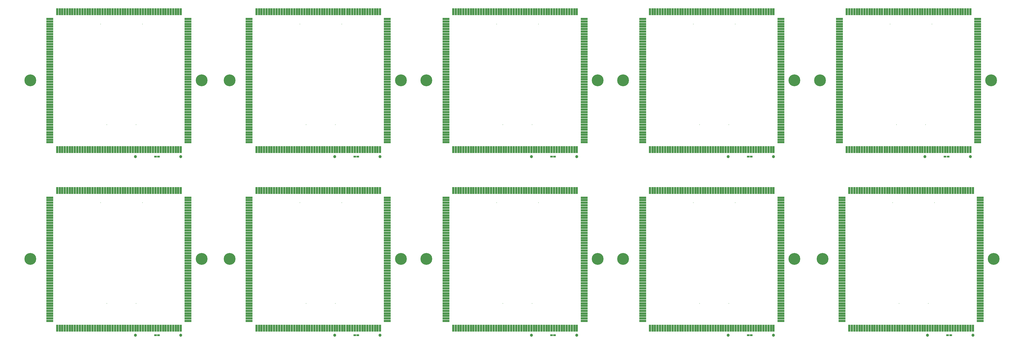
<source format=gts>
%MOIN*%
%OFA0B0*%
%FSLAX23Y23*%
%IPPOS*%
%LPD*%
%ADD17R,0.10642X0.03556*%
%ADD18R,0.03556X0.10642*%
%ADD19C,0.04737*%
%ADD20R,0.039499999999999993X0.03162*%
%ADD21C,0.008*%
%ADD22C,0.18517*%
%ADD33R,0.10642X0.03556*%
%ADD34R,0.03556X0.10642*%
%ADD35C,0.04737*%
%ADD36R,0.039499999999999993X0.03162*%
%ADD37C,0.008*%
%ADD38C,0.18517*%
%ADD39R,0.10642X0.03556*%
%ADD40R,0.03556X0.10642*%
%ADD41C,0.04737*%
%ADD42R,0.039499999999999993X0.03162*%
%ADD43C,0.008*%
%ADD44C,0.18517*%
%ADD45R,0.10642X0.03556*%
%ADD46R,0.03556X0.10642*%
%ADD47C,0.04737*%
%ADD48R,0.039499999999999993X0.03162*%
%ADD49C,0.008*%
%ADD50C,0.18517*%
%ADD51R,0.10642X0.03556*%
%ADD52R,0.03556X0.10642*%
%ADD53C,0.04737*%
%ADD54R,0.039499999999999993X0.03162*%
%ADD55C,0.008*%
%ADD56C,0.18517*%
%ADD57R,0.10642X0.03556*%
%ADD58R,0.03556X0.10642*%
%ADD59C,0.04737*%
%ADD60R,0.039499999999999993X0.03162*%
%ADD61C,0.008*%
%ADD62C,0.18517*%
%ADD63R,0.10642X0.03556*%
%ADD64R,0.03556X0.10642*%
%ADD65C,0.04737*%
%ADD66R,0.039499999999999993X0.03162*%
%ADD67C,0.008*%
%ADD68C,0.18517*%
%ADD69R,0.10642X0.03556*%
%ADD70R,0.03556X0.10642*%
%ADD71C,0.04737*%
%ADD72R,0.039499999999999993X0.03162*%
%ADD73C,0.008*%
%ADD74C,0.18517*%
%ADD75R,0.10642X0.03556*%
%ADD76R,0.03556X0.10642*%
%ADD77C,0.04737*%
%ADD78R,0.039499999999999993X0.03162*%
%ADD79C,0.008*%
%ADD80C,0.18517*%
%ADD81R,0.10642X0.03556*%
%ADD82R,0.03556X0.10642*%
%ADD83C,0.04737*%
%ADD84R,0.039499999999999993X0.03162*%
%ADD85C,0.008*%
%ADD86C,0.18517*%
G54D17*
X01811Y01141D02*
X00922Y00866D03*
X00922Y00905D03*
X00922Y00945D03*
X00922Y00984D03*
X00922Y01022D03*
X00922Y01063D03*
X00922Y01102D03*
X00922Y01141D03*
X00922Y01180D03*
X00922Y01219D03*
X00922Y01259D03*
X00922Y01298D03*
X00922Y01336D03*
X00922Y01377D03*
X00922Y01415D03*
X00922Y01455D03*
X00922Y01495D03*
X00922Y01534D03*
X00922Y01574D03*
X00922Y01613D03*
X00922Y01652D03*
X00922Y01692D03*
X00922Y01731D03*
X00922Y01770D03*
X00922Y01810D03*
X00922Y01849D03*
X00922Y01888D03*
X00922Y01928D03*
X00922Y01967D03*
X00922Y02007D03*
X00922Y02045D03*
X00922Y02085D03*
X00922Y02125D03*
X00922Y02164D03*
X00922Y02203D03*
X00922Y02243D03*
X00922Y02282D03*
X00922Y02322D03*
X00922Y02361D03*
X00922Y02400D03*
X00922Y02440D03*
X00922Y02479D03*
X00922Y02518D03*
X00922Y02558D03*
X00922Y02597D03*
X00922Y02637D03*
X00922Y02676D03*
X00922Y02715D03*
X00922Y02755D03*
X03078Y02793D03*
X03078Y02755D03*
X03078Y02715D03*
X03078Y02676D03*
X03078Y02637D03*
X03078Y02597D03*
X03078Y02558D03*
X03078Y02518D03*
X03078Y02479D03*
X03078Y02440D03*
X03078Y02400D03*
X03078Y02361D03*
X03078Y02322D03*
X03078Y02282D03*
X03078Y02243D03*
X03078Y02203D03*
X03078Y02164D03*
X03078Y02125D03*
X03078Y02085D03*
X03078Y02045D03*
X03078Y02007D03*
X03078Y01967D03*
X03078Y01928D03*
X03078Y01888D03*
X03078Y01849D03*
X03078Y01810D03*
X03078Y01770D03*
X03078Y01731D03*
X03078Y01692D03*
X03078Y01652D03*
X03078Y01613D03*
X03078Y01574D03*
X03078Y01534D03*
X03078Y01495D03*
X03078Y01455D03*
X03078Y01415D03*
X03078Y01377D03*
X03078Y01336D03*
X03078Y01298D03*
X03078Y01259D03*
X03078Y01219D03*
X03078Y01180D03*
X03078Y01141D03*
X03078Y01102D03*
X03078Y01063D03*
X03078Y01022D03*
X03078Y00984D03*
X03078Y00945D03*
X03078Y00905D03*
X03078Y00866D03*
X00922Y02793D03*
G54D18*
X02963Y02908D03*
X01036Y00752D03*
X01076Y00752D03*
X01115Y00752D03*
X01154Y00752D03*
X01194Y00752D03*
X01233Y00752D03*
X01272Y00752D03*
X01311Y00752D03*
X01351Y00752D03*
X01390Y00752D03*
X01430Y00752D03*
X01469Y00752D03*
X01509Y00752D03*
X01548Y00752D03*
X01587Y00752D03*
X01627Y00752D03*
X01666Y00752D03*
X01705Y00752D03*
X01745Y00752D03*
X01784Y00752D03*
X01823Y00752D03*
X01862Y00752D03*
X01901Y00752D03*
X01941Y00752D03*
X01980Y00752D03*
X02019Y00752D03*
X02059Y00752D03*
X02098Y00752D03*
X02138Y00752D03*
X02177Y00752D03*
X02216Y00752D03*
X02256Y00752D03*
X02295Y00752D03*
X02334Y00752D03*
X02374Y00752D03*
X02413Y00752D03*
X02453Y00752D03*
X02492Y00752D03*
X02531Y00752D03*
X02571Y00752D03*
X02610Y00752D03*
X02649Y00752D03*
X02689Y00752D03*
X02728Y00752D03*
X02767Y00752D03*
X02807Y00752D03*
X02846Y00752D03*
X02886Y00752D03*
X02925Y00752D03*
X02963Y00752D03*
X02925Y02908D03*
X02886Y02908D03*
X02846Y02908D03*
X02807Y02908D03*
X02767Y02908D03*
X02728Y02908D03*
X02689Y02908D03*
X02649Y02908D03*
X02610Y02908D03*
X02571Y02908D03*
X02531Y02908D03*
X02492Y02908D03*
X02453Y02908D03*
X02413Y02908D03*
X02374Y02908D03*
X02334Y02908D03*
X02295Y02908D03*
X02256Y02908D03*
X02216Y02908D03*
X02177Y02908D03*
X02138Y02908D03*
X02098Y02908D03*
X02059Y02908D03*
X02019Y02908D03*
X01980Y02908D03*
X01941Y02908D03*
X01901Y02908D03*
X01862Y02908D03*
X01823Y02908D03*
X01784Y02908D03*
X01745Y02908D03*
X01705Y02908D03*
X01666Y02908D03*
X01627Y02908D03*
X01587Y02908D03*
X01548Y02908D03*
X01509Y02908D03*
X01469Y02908D03*
X01430Y02908D03*
X01390Y02908D03*
X01351Y02908D03*
X01311Y02908D03*
X01272Y02908D03*
X01233Y02908D03*
X01194Y02908D03*
X01154Y02908D03*
X01115Y02908D03*
X01076Y02908D03*
X01036Y02908D03*
G54D19*
X02963Y00642D03*
X02256Y00642D03*
G54D20*
X02617Y00642D03*
X02570Y00642D03*
G54D21*
X02366Y02715D03*
X01713Y02715D03*
X01811Y01141D03*
X02267Y01141D03*
G54D22*
X00617Y01835D03*
X03291Y01835D03*
G04 next file*
D33*
X01811Y03937D02*
X00922Y03662D03*
X00922Y03701D03*
X00922Y03741D03*
X00922Y03780D03*
X00922Y03818D03*
X00922Y03859D03*
X00922Y03898D03*
X00922Y03937D03*
X00922Y03976D03*
X00922Y04014D03*
X00922Y04054D03*
X00922Y04094D03*
X00922Y04133D03*
X00922Y04173D03*
X00922Y04212D03*
X00922Y04251D03*
X00922Y04291D03*
X00922Y04330D03*
X00922Y04370D03*
X00922Y04409D03*
X00922Y04448D03*
X00922Y04488D03*
X00922Y04527D03*
X00922Y04566D03*
X00922Y04606D03*
X00922Y04645D03*
X00922Y04684D03*
X00922Y04724D03*
X00922Y04763D03*
X00922Y04803D03*
X00922Y04842D03*
X00922Y04881D03*
X00922Y04921D03*
X00922Y04960D03*
X00922Y04999D03*
X00922Y05039D03*
X00922Y05078D03*
X00922Y05118D03*
X00922Y05157D03*
X00922Y05196D03*
X00922Y05236D03*
X00922Y05275D03*
X00922Y05314D03*
X00922Y05354D03*
X00922Y05393D03*
X00922Y05433D03*
X00922Y05472D03*
X00922Y05511D03*
X00922Y05551D03*
X03078Y05590D03*
X03078Y05551D03*
X03078Y05511D03*
X03078Y05472D03*
X03078Y05433D03*
X03078Y05393D03*
X03078Y05354D03*
X03078Y05314D03*
X03078Y05275D03*
X03078Y05236D03*
X03078Y05196D03*
X03078Y05157D03*
X03078Y05118D03*
X03078Y05078D03*
X03078Y05039D03*
X03078Y04999D03*
X03078Y04960D03*
X03078Y04921D03*
X03078Y04881D03*
X03078Y04842D03*
X03078Y04803D03*
X03078Y04763D03*
X03078Y04724D03*
X03078Y04684D03*
X03078Y04645D03*
X03078Y04606D03*
X03078Y04566D03*
X03078Y04527D03*
X03078Y04488D03*
X03078Y04448D03*
X03078Y04409D03*
X03078Y04370D03*
X03078Y04330D03*
X03078Y04291D03*
X03078Y04251D03*
X03078Y04212D03*
X03078Y04173D03*
X03078Y04133D03*
X03078Y04094D03*
X03078Y04054D03*
X03078Y04014D03*
X03078Y03976D03*
X03078Y03937D03*
X03078Y03898D03*
X03078Y03859D03*
X03078Y03818D03*
X03078Y03780D03*
X03078Y03741D03*
X03078Y03701D03*
X03078Y03662D03*
X00922Y05590D03*
D34*
X02963Y05704D03*
X01036Y03548D03*
X01076Y03548D03*
X01115Y03548D03*
X01154Y03548D03*
X01194Y03548D03*
X01233Y03548D03*
X01272Y03548D03*
X01311Y03548D03*
X01351Y03548D03*
X01390Y03548D03*
X01430Y03548D03*
X01469Y03548D03*
X01509Y03548D03*
X01548Y03548D03*
X01587Y03548D03*
X01627Y03548D03*
X01666Y03548D03*
X01705Y03548D03*
X01745Y03548D03*
X01784Y03548D03*
X01823Y03548D03*
X01862Y03548D03*
X01901Y03548D03*
X01941Y03548D03*
X01980Y03548D03*
X02019Y03548D03*
X02059Y03548D03*
X02098Y03548D03*
X02138Y03548D03*
X02177Y03548D03*
X02216Y03548D03*
X02256Y03548D03*
X02295Y03548D03*
X02334Y03548D03*
X02374Y03548D03*
X02413Y03548D03*
X02453Y03548D03*
X02492Y03548D03*
X02531Y03548D03*
X02571Y03548D03*
X02610Y03548D03*
X02649Y03548D03*
X02689Y03548D03*
X02728Y03548D03*
X02767Y03548D03*
X02807Y03548D03*
X02846Y03548D03*
X02886Y03548D03*
X02925Y03548D03*
X02963Y03548D03*
X02925Y05704D03*
X02886Y05704D03*
X02846Y05704D03*
X02807Y05704D03*
X02767Y05704D03*
X02728Y05704D03*
X02689Y05704D03*
X02649Y05704D03*
X02610Y05704D03*
X02571Y05704D03*
X02531Y05704D03*
X02492Y05704D03*
X02453Y05704D03*
X02413Y05704D03*
X02374Y05704D03*
X02334Y05704D03*
X02295Y05704D03*
X02256Y05704D03*
X02216Y05704D03*
X02177Y05704D03*
X02138Y05704D03*
X02098Y05704D03*
X02059Y05704D03*
X02019Y05704D03*
X01980Y05704D03*
X01941Y05704D03*
X01901Y05704D03*
X01862Y05704D03*
X01823Y05704D03*
X01784Y05704D03*
X01745Y05704D03*
X01705Y05704D03*
X01666Y05704D03*
X01627Y05704D03*
X01587Y05704D03*
X01548Y05704D03*
X01509Y05704D03*
X01469Y05704D03*
X01430Y05704D03*
X01390Y05704D03*
X01351Y05704D03*
X01311Y05704D03*
X01272Y05704D03*
X01233Y05704D03*
X01194Y05704D03*
X01154Y05704D03*
X01115Y05704D03*
X01076Y05704D03*
X01036Y05704D03*
D35*
X02963Y03438D03*
X02256Y03438D03*
D36*
X02617Y03438D03*
X02570Y03438D03*
D37*
X02366Y05511D03*
X01713Y05511D03*
X01811Y03937D03*
X02267Y03937D03*
D38*
X00617Y04631D03*
X03291Y04631D03*
G04 next file*
D39*
X04921Y03937D02*
X04032Y03662D03*
X04032Y03701D03*
X04032Y03741D03*
X04032Y03780D03*
X04032Y03818D03*
X04032Y03859D03*
X04032Y03898D03*
X04032Y03937D03*
X04032Y03976D03*
X04032Y04014D03*
X04032Y04054D03*
X04032Y04094D03*
X04032Y04133D03*
X04032Y04173D03*
X04032Y04212D03*
X04032Y04251D03*
X04032Y04291D03*
X04032Y04330D03*
X04032Y04370D03*
X04032Y04409D03*
X04032Y04448D03*
X04032Y04488D03*
X04032Y04527D03*
X04032Y04566D03*
X04032Y04606D03*
X04032Y04645D03*
X04032Y04684D03*
X04032Y04724D03*
X04032Y04763D03*
X04032Y04803D03*
X04032Y04842D03*
X04032Y04881D03*
X04032Y04921D03*
X04032Y04960D03*
X04032Y04999D03*
X04032Y05039D03*
X04032Y05078D03*
X04032Y05118D03*
X04032Y05157D03*
X04032Y05196D03*
X04032Y05236D03*
X04032Y05275D03*
X04032Y05314D03*
X04032Y05354D03*
X04032Y05393D03*
X04032Y05433D03*
X04032Y05472D03*
X04032Y05511D03*
X04032Y05551D03*
X06188Y05590D03*
X06188Y05551D03*
X06188Y05511D03*
X06188Y05472D03*
X06188Y05433D03*
X06188Y05393D03*
X06188Y05354D03*
X06188Y05314D03*
X06188Y05275D03*
X06188Y05236D03*
X06188Y05196D03*
X06188Y05157D03*
X06188Y05118D03*
X06188Y05078D03*
X06188Y05039D03*
X06188Y04999D03*
X06188Y04960D03*
X06188Y04921D03*
X06188Y04881D03*
X06188Y04842D03*
X06188Y04803D03*
X06188Y04763D03*
X06188Y04724D03*
X06188Y04684D03*
X06188Y04645D03*
X06188Y04606D03*
X06188Y04566D03*
X06188Y04527D03*
X06188Y04488D03*
X06188Y04448D03*
X06188Y04409D03*
X06188Y04370D03*
X06188Y04330D03*
X06188Y04291D03*
X06188Y04251D03*
X06188Y04212D03*
X06188Y04173D03*
X06188Y04133D03*
X06188Y04094D03*
X06188Y04054D03*
X06188Y04014D03*
X06188Y03976D03*
X06188Y03937D03*
X06188Y03898D03*
X06188Y03859D03*
X06188Y03818D03*
X06188Y03780D03*
X06188Y03741D03*
X06188Y03701D03*
X06188Y03662D03*
X04032Y05590D03*
D40*
X06074Y05704D03*
X04146Y03548D03*
X04186Y03548D03*
X04225Y03548D03*
X04264Y03548D03*
X04304Y03548D03*
X04343Y03548D03*
X04382Y03548D03*
X04422Y03548D03*
X04461Y03548D03*
X04501Y03548D03*
X04540Y03548D03*
X04579Y03548D03*
X04619Y03548D03*
X04658Y03548D03*
X04697Y03548D03*
X04737Y03548D03*
X04776Y03548D03*
X04815Y03548D03*
X04855Y03548D03*
X04894Y03548D03*
X04933Y03548D03*
X04972Y03548D03*
X05011Y03548D03*
X05051Y03548D03*
X05090Y03548D03*
X05129Y03548D03*
X05169Y03548D03*
X05208Y03548D03*
X05247Y03548D03*
X05287Y03548D03*
X05326Y03548D03*
X05366Y03548D03*
X05405Y03548D03*
X05443Y03548D03*
X05484Y03548D03*
X05522Y03548D03*
X05563Y03548D03*
X05602Y03548D03*
X05641Y03548D03*
X05680Y03548D03*
X05720Y03548D03*
X05759Y03548D03*
X05799Y03548D03*
X05838Y03548D03*
X05877Y03548D03*
X05917Y03548D03*
X05956Y03548D03*
X05996Y03548D03*
X06035Y03548D03*
X06074Y03548D03*
X06035Y05704D03*
X05996Y05704D03*
X05956Y05704D03*
X05917Y05704D03*
X05877Y05704D03*
X05838Y05704D03*
X05799Y05704D03*
X05759Y05704D03*
X05720Y05704D03*
X05680Y05704D03*
X05641Y05704D03*
X05602Y05704D03*
X05563Y05704D03*
X05522Y05704D03*
X05484Y05704D03*
X05443Y05704D03*
X05405Y05704D03*
X05366Y05704D03*
X05326Y05704D03*
X05287Y05704D03*
X05247Y05704D03*
X05208Y05704D03*
X05169Y05704D03*
X05129Y05704D03*
X05090Y05704D03*
X05051Y05704D03*
X05011Y05704D03*
X04972Y05704D03*
X04933Y05704D03*
X04894Y05704D03*
X04855Y05704D03*
X04815Y05704D03*
X04776Y05704D03*
X04737Y05704D03*
X04697Y05704D03*
X04658Y05704D03*
X04619Y05704D03*
X04579Y05704D03*
X04540Y05704D03*
X04501Y05704D03*
X04461Y05704D03*
X04422Y05704D03*
X04382Y05704D03*
X04343Y05704D03*
X04304Y05704D03*
X04264Y05704D03*
X04225Y05704D03*
X04186Y05704D03*
X04146Y05704D03*
D41*
X06074Y03438D03*
X05366Y03438D03*
D42*
X05727Y03438D03*
X05680Y03438D03*
D43*
X05476Y05511D03*
X04823Y05511D03*
X04921Y03937D03*
X05377Y03937D03*
D44*
X03727Y04631D03*
X06401Y04631D03*
G04 next file*
D45*
X04921Y01141D02*
X04032Y00866D03*
X04032Y00905D03*
X04032Y00945D03*
X04032Y00984D03*
X04032Y01022D03*
X04032Y01063D03*
X04032Y01102D03*
X04032Y01141D03*
X04032Y01180D03*
X04032Y01219D03*
X04032Y01259D03*
X04032Y01298D03*
X04032Y01336D03*
X04032Y01377D03*
X04032Y01415D03*
X04032Y01455D03*
X04032Y01495D03*
X04032Y01534D03*
X04032Y01574D03*
X04032Y01613D03*
X04032Y01652D03*
X04032Y01692D03*
X04032Y01731D03*
X04032Y01770D03*
X04032Y01810D03*
X04032Y01849D03*
X04032Y01888D03*
X04032Y01928D03*
X04032Y01967D03*
X04032Y02007D03*
X04032Y02045D03*
X04032Y02085D03*
X04032Y02125D03*
X04032Y02164D03*
X04032Y02203D03*
X04032Y02243D03*
X04032Y02282D03*
X04032Y02322D03*
X04032Y02361D03*
X04032Y02400D03*
X04032Y02440D03*
X04032Y02479D03*
X04032Y02518D03*
X04032Y02558D03*
X04032Y02597D03*
X04032Y02637D03*
X04032Y02676D03*
X04032Y02715D03*
X04032Y02755D03*
X06188Y02793D03*
X06188Y02755D03*
X06188Y02715D03*
X06188Y02676D03*
X06188Y02637D03*
X06188Y02597D03*
X06188Y02558D03*
X06188Y02518D03*
X06188Y02479D03*
X06188Y02440D03*
X06188Y02400D03*
X06188Y02361D03*
X06188Y02322D03*
X06188Y02282D03*
X06188Y02243D03*
X06188Y02203D03*
X06188Y02164D03*
X06188Y02125D03*
X06188Y02085D03*
X06188Y02045D03*
X06188Y02007D03*
X06188Y01967D03*
X06188Y01928D03*
X06188Y01888D03*
X06188Y01849D03*
X06188Y01810D03*
X06188Y01770D03*
X06188Y01731D03*
X06188Y01692D03*
X06188Y01652D03*
X06188Y01613D03*
X06188Y01574D03*
X06188Y01534D03*
X06188Y01495D03*
X06188Y01455D03*
X06188Y01415D03*
X06188Y01377D03*
X06188Y01336D03*
X06188Y01298D03*
X06188Y01259D03*
X06188Y01219D03*
X06188Y01180D03*
X06188Y01141D03*
X06188Y01102D03*
X06188Y01063D03*
X06188Y01022D03*
X06188Y00984D03*
X06188Y00945D03*
X06188Y00905D03*
X06188Y00866D03*
X04032Y02793D03*
D46*
X06074Y02908D03*
X04146Y00752D03*
X04186Y00752D03*
X04225Y00752D03*
X04264Y00752D03*
X04304Y00752D03*
X04343Y00752D03*
X04382Y00752D03*
X04422Y00752D03*
X04461Y00752D03*
X04501Y00752D03*
X04540Y00752D03*
X04579Y00752D03*
X04619Y00752D03*
X04658Y00752D03*
X04697Y00752D03*
X04737Y00752D03*
X04776Y00752D03*
X04815Y00752D03*
X04855Y00752D03*
X04894Y00752D03*
X04933Y00752D03*
X04972Y00752D03*
X05011Y00752D03*
X05051Y00752D03*
X05090Y00752D03*
X05129Y00752D03*
X05169Y00752D03*
X05208Y00752D03*
X05247Y00752D03*
X05287Y00752D03*
X05326Y00752D03*
X05366Y00752D03*
X05405Y00752D03*
X05443Y00752D03*
X05484Y00752D03*
X05522Y00752D03*
X05563Y00752D03*
X05602Y00752D03*
X05641Y00752D03*
X05680Y00752D03*
X05720Y00752D03*
X05759Y00752D03*
X05799Y00752D03*
X05838Y00752D03*
X05877Y00752D03*
X05917Y00752D03*
X05956Y00752D03*
X05996Y00752D03*
X06035Y00752D03*
X06074Y00752D03*
X06035Y02908D03*
X05996Y02908D03*
X05956Y02908D03*
X05917Y02908D03*
X05877Y02908D03*
X05838Y02908D03*
X05799Y02908D03*
X05759Y02908D03*
X05720Y02908D03*
X05680Y02908D03*
X05641Y02908D03*
X05602Y02908D03*
X05563Y02908D03*
X05522Y02908D03*
X05484Y02908D03*
X05443Y02908D03*
X05405Y02908D03*
X05366Y02908D03*
X05326Y02908D03*
X05287Y02908D03*
X05247Y02908D03*
X05208Y02908D03*
X05169Y02908D03*
X05129Y02908D03*
X05090Y02908D03*
X05051Y02908D03*
X05011Y02908D03*
X04972Y02908D03*
X04933Y02908D03*
X04894Y02908D03*
X04855Y02908D03*
X04815Y02908D03*
X04776Y02908D03*
X04737Y02908D03*
X04697Y02908D03*
X04658Y02908D03*
X04619Y02908D03*
X04579Y02908D03*
X04540Y02908D03*
X04501Y02908D03*
X04461Y02908D03*
X04422Y02908D03*
X04382Y02908D03*
X04343Y02908D03*
X04304Y02908D03*
X04264Y02908D03*
X04225Y02908D03*
X04186Y02908D03*
X04146Y02908D03*
D47*
X06074Y00642D03*
X05366Y00642D03*
D48*
X05727Y00642D03*
X05680Y00642D03*
D49*
X05476Y02715D03*
X04823Y02715D03*
X04921Y01141D03*
X05377Y01141D03*
D50*
X03727Y01835D03*
X06401Y01835D03*
G04 next file*
D51*
X07992Y03937D02*
X07103Y03662D03*
X07103Y03701D03*
X07103Y03741D03*
X07103Y03780D03*
X07103Y03818D03*
X07103Y03859D03*
X07103Y03898D03*
X07103Y03937D03*
X07103Y03976D03*
X07103Y04014D03*
X07103Y04054D03*
X07103Y04094D03*
X07103Y04133D03*
X07103Y04173D03*
X07103Y04212D03*
X07103Y04251D03*
X07103Y04291D03*
X07103Y04330D03*
X07103Y04370D03*
X07103Y04409D03*
X07103Y04448D03*
X07103Y04488D03*
X07103Y04527D03*
X07103Y04566D03*
X07103Y04606D03*
X07103Y04645D03*
X07103Y04684D03*
X07103Y04724D03*
X07103Y04763D03*
X07103Y04803D03*
X07103Y04842D03*
X07103Y04881D03*
X07103Y04921D03*
X07103Y04960D03*
X07103Y04999D03*
X07103Y05039D03*
X07103Y05078D03*
X07103Y05118D03*
X07103Y05157D03*
X07103Y05196D03*
X07103Y05236D03*
X07103Y05275D03*
X07103Y05314D03*
X07103Y05354D03*
X07103Y05393D03*
X07103Y05433D03*
X07103Y05472D03*
X07103Y05511D03*
X07103Y05551D03*
X09259Y05590D03*
X09259Y05551D03*
X09259Y05511D03*
X09259Y05472D03*
X09259Y05433D03*
X09259Y05393D03*
X09259Y05354D03*
X09259Y05314D03*
X09259Y05275D03*
X09259Y05236D03*
X09259Y05196D03*
X09259Y05157D03*
X09259Y05118D03*
X09259Y05078D03*
X09259Y05039D03*
X09259Y04999D03*
X09259Y04960D03*
X09259Y04921D03*
X09259Y04881D03*
X09259Y04842D03*
X09259Y04803D03*
X09259Y04763D03*
X09259Y04724D03*
X09259Y04684D03*
X09259Y04645D03*
X09259Y04606D03*
X09259Y04566D03*
X09259Y04527D03*
X09259Y04488D03*
X09259Y04448D03*
X09259Y04409D03*
X09259Y04370D03*
X09259Y04330D03*
X09259Y04291D03*
X09259Y04251D03*
X09259Y04212D03*
X09259Y04173D03*
X09259Y04133D03*
X09259Y04094D03*
X09259Y04054D03*
X09259Y04014D03*
X09259Y03976D03*
X09259Y03937D03*
X09259Y03898D03*
X09259Y03859D03*
X09259Y03818D03*
X09259Y03780D03*
X09259Y03741D03*
X09259Y03701D03*
X09259Y03662D03*
X07103Y05590D03*
D52*
X09145Y05704D03*
X07217Y03548D03*
X07256Y03548D03*
X07296Y03548D03*
X07335Y03548D03*
X07375Y03548D03*
X07414Y03548D03*
X07453Y03548D03*
X07493Y03548D03*
X07532Y03548D03*
X07572Y03548D03*
X07611Y03548D03*
X07650Y03548D03*
X07690Y03548D03*
X07729Y03548D03*
X07768Y03548D03*
X07808Y03548D03*
X07846Y03548D03*
X07886Y03548D03*
X07926Y03548D03*
X07965Y03548D03*
X08004Y03548D03*
X08042Y03548D03*
X08082Y03548D03*
X08122Y03548D03*
X08161Y03548D03*
X08200Y03548D03*
X08240Y03548D03*
X08279Y03548D03*
X08319Y03548D03*
X08358Y03548D03*
X08397Y03548D03*
X08437Y03548D03*
X08476Y03548D03*
X08515Y03548D03*
X08555Y03548D03*
X08594Y03548D03*
X08634Y03548D03*
X08673Y03548D03*
X08712Y03548D03*
X08752Y03548D03*
X08791Y03548D03*
X08830Y03548D03*
X08870Y03548D03*
X08909Y03548D03*
X08948Y03548D03*
X08988Y03548D03*
X09027Y03548D03*
X09067Y03548D03*
X09106Y03548D03*
X09145Y03548D03*
X09106Y05704D03*
X09067Y05704D03*
X09027Y05704D03*
X08988Y05704D03*
X08948Y05704D03*
X08909Y05704D03*
X08870Y05704D03*
X08830Y05704D03*
X08791Y05704D03*
X08752Y05704D03*
X08712Y05704D03*
X08673Y05704D03*
X08634Y05704D03*
X08594Y05704D03*
X08555Y05704D03*
X08515Y05704D03*
X08476Y05704D03*
X08437Y05704D03*
X08397Y05704D03*
X08358Y05704D03*
X08319Y05704D03*
X08279Y05704D03*
X08240Y05704D03*
X08200Y05704D03*
X08161Y05704D03*
X08122Y05704D03*
X08082Y05704D03*
X08042Y05704D03*
X08004Y05704D03*
X07965Y05704D03*
X07926Y05704D03*
X07886Y05704D03*
X07846Y05704D03*
X07808Y05704D03*
X07768Y05704D03*
X07729Y05704D03*
X07690Y05704D03*
X07650Y05704D03*
X07611Y05704D03*
X07572Y05704D03*
X07532Y05704D03*
X07493Y05704D03*
X07453Y05704D03*
X07414Y05704D03*
X07375Y05704D03*
X07335Y05704D03*
X07296Y05704D03*
X07256Y05704D03*
X07217Y05704D03*
D53*
X09145Y03438D03*
X08437Y03438D03*
D54*
X08798Y03438D03*
X08751Y03438D03*
D55*
X08547Y05511D03*
X07894Y05511D03*
X07992Y03937D03*
X08448Y03937D03*
D56*
X06798Y04631D03*
X09472Y04631D03*
G04 next file*
D57*
X11062Y03937D02*
X10173Y03662D03*
X10173Y03701D03*
X10173Y03741D03*
X10173Y03780D03*
X10173Y03818D03*
X10173Y03859D03*
X10173Y03898D03*
X10173Y03937D03*
X10173Y03976D03*
X10173Y04014D03*
X10173Y04054D03*
X10173Y04094D03*
X10173Y04133D03*
X10173Y04173D03*
X10173Y04212D03*
X10173Y04251D03*
X10173Y04291D03*
X10173Y04330D03*
X10173Y04370D03*
X10173Y04409D03*
X10173Y04448D03*
X10173Y04488D03*
X10173Y04527D03*
X10173Y04566D03*
X10173Y04606D03*
X10173Y04645D03*
X10173Y04684D03*
X10173Y04724D03*
X10173Y04763D03*
X10173Y04803D03*
X10173Y04842D03*
X10173Y04881D03*
X10173Y04921D03*
X10173Y04960D03*
X10173Y04999D03*
X10173Y05039D03*
X10173Y05078D03*
X10173Y05118D03*
X10173Y05157D03*
X10173Y05196D03*
X10173Y05236D03*
X10173Y05275D03*
X10173Y05314D03*
X10173Y05354D03*
X10173Y05393D03*
X10173Y05433D03*
X10173Y05472D03*
X10173Y05511D03*
X10173Y05551D03*
X12329Y05590D03*
X12329Y05551D03*
X12329Y05511D03*
X12329Y05472D03*
X12329Y05433D03*
X12329Y05393D03*
X12329Y05354D03*
X12329Y05314D03*
X12329Y05275D03*
X12329Y05236D03*
X12329Y05196D03*
X12329Y05157D03*
X12329Y05118D03*
X12329Y05078D03*
X12329Y05039D03*
X12329Y04999D03*
X12329Y04960D03*
X12329Y04921D03*
X12329Y04881D03*
X12329Y04842D03*
X12329Y04803D03*
X12329Y04763D03*
X12329Y04724D03*
X12329Y04684D03*
X12329Y04645D03*
X12329Y04606D03*
X12329Y04566D03*
X12329Y04527D03*
X12329Y04488D03*
X12329Y04448D03*
X12329Y04409D03*
X12329Y04370D03*
X12329Y04330D03*
X12329Y04291D03*
X12329Y04251D03*
X12329Y04212D03*
X12329Y04173D03*
X12329Y04133D03*
X12329Y04094D03*
X12329Y04054D03*
X12329Y04014D03*
X12329Y03976D03*
X12329Y03937D03*
X12329Y03898D03*
X12329Y03859D03*
X12329Y03818D03*
X12329Y03780D03*
X12329Y03741D03*
X12329Y03701D03*
X12329Y03662D03*
X10173Y05590D03*
D58*
X12215Y05704D03*
X10287Y03548D03*
X10327Y03548D03*
X10365Y03548D03*
X10405Y03548D03*
X10445Y03548D03*
X10484Y03548D03*
X10523Y03548D03*
X10563Y03548D03*
X10602Y03548D03*
X10642Y03548D03*
X10681Y03548D03*
X10720Y03548D03*
X10760Y03548D03*
X10798Y03548D03*
X10838Y03548D03*
X10878Y03548D03*
X10917Y03548D03*
X10956Y03548D03*
X10996Y03548D03*
X11035Y03548D03*
X11074Y03548D03*
X11113Y03548D03*
X11152Y03548D03*
X11192Y03548D03*
X11231Y03548D03*
X11270Y03548D03*
X11310Y03548D03*
X11349Y03548D03*
X11389Y03548D03*
X11428Y03548D03*
X11467Y03548D03*
X11507Y03548D03*
X11546Y03548D03*
X11585Y03548D03*
X11625Y03548D03*
X11663Y03548D03*
X11704Y03548D03*
X11743Y03548D03*
X11782Y03548D03*
X11822Y03548D03*
X11861Y03548D03*
X11900Y03548D03*
X11940Y03548D03*
X11979Y03548D03*
X12018Y03548D03*
X12058Y03548D03*
X12096Y03548D03*
X12136Y03548D03*
X12176Y03548D03*
X12215Y03548D03*
X12176Y05704D03*
X12136Y05704D03*
X12096Y05704D03*
X12058Y05704D03*
X12018Y05704D03*
X11979Y05704D03*
X11940Y05704D03*
X11900Y05704D03*
X11861Y05704D03*
X11822Y05704D03*
X11782Y05704D03*
X11743Y05704D03*
X11704Y05704D03*
X11663Y05704D03*
X11625Y05704D03*
X11585Y05704D03*
X11546Y05704D03*
X11507Y05704D03*
X11467Y05704D03*
X11428Y05704D03*
X11389Y05704D03*
X11349Y05704D03*
X11310Y05704D03*
X11270Y05704D03*
X11231Y05704D03*
X11192Y05704D03*
X11152Y05704D03*
X11113Y05704D03*
X11074Y05704D03*
X11035Y05704D03*
X10996Y05704D03*
X10956Y05704D03*
X10917Y05704D03*
X10878Y05704D03*
X10838Y05704D03*
X10798Y05704D03*
X10760Y05704D03*
X10720Y05704D03*
X10681Y05704D03*
X10642Y05704D03*
X10602Y05704D03*
X10563Y05704D03*
X10523Y05704D03*
X10484Y05704D03*
X10445Y05704D03*
X10405Y05704D03*
X10365Y05704D03*
X10327Y05704D03*
X10287Y05704D03*
D59*
X12215Y03438D03*
X11507Y03438D03*
D60*
X11868Y03438D03*
X11821Y03438D03*
D61*
X11617Y05511D03*
X10964Y05511D03*
X11062Y03937D03*
X11518Y03937D03*
D62*
X09868Y04631D03*
X12542Y04631D03*
G04 next file*
D63*
X14133Y03937D02*
X13244Y03662D03*
X13244Y03701D03*
X13244Y03741D03*
X13244Y03780D03*
X13244Y03818D03*
X13244Y03859D03*
X13244Y03898D03*
X13244Y03937D03*
X13244Y03976D03*
X13244Y04014D03*
X13244Y04054D03*
X13244Y04094D03*
X13244Y04133D03*
X13244Y04173D03*
X13244Y04212D03*
X13244Y04251D03*
X13244Y04291D03*
X13244Y04330D03*
X13244Y04370D03*
X13244Y04409D03*
X13244Y04448D03*
X13244Y04488D03*
X13244Y04527D03*
X13244Y04566D03*
X13244Y04606D03*
X13244Y04645D03*
X13244Y04684D03*
X13244Y04724D03*
X13244Y04763D03*
X13244Y04803D03*
X13244Y04842D03*
X13244Y04881D03*
X13244Y04921D03*
X13244Y04960D03*
X13244Y04999D03*
X13244Y05039D03*
X13244Y05078D03*
X13244Y05118D03*
X13244Y05157D03*
X13244Y05196D03*
X13244Y05236D03*
X13244Y05275D03*
X13244Y05314D03*
X13244Y05354D03*
X13244Y05393D03*
X13244Y05433D03*
X13244Y05472D03*
X13244Y05511D03*
X13244Y05551D03*
X15400Y05590D03*
X15400Y05551D03*
X15400Y05511D03*
X15400Y05472D03*
X15400Y05433D03*
X15400Y05393D03*
X15400Y05354D03*
X15400Y05314D03*
X15400Y05275D03*
X15400Y05236D03*
X15400Y05196D03*
X15400Y05157D03*
X15400Y05118D03*
X15400Y05078D03*
X15400Y05039D03*
X15400Y04999D03*
X15400Y04960D03*
X15400Y04921D03*
X15400Y04881D03*
X15400Y04842D03*
X15400Y04803D03*
X15400Y04763D03*
X15400Y04724D03*
X15400Y04684D03*
X15400Y04645D03*
X15400Y04606D03*
X15400Y04566D03*
X15400Y04527D03*
X15400Y04488D03*
X15400Y04448D03*
X15400Y04409D03*
X15400Y04370D03*
X15400Y04330D03*
X15400Y04291D03*
X15400Y04251D03*
X15400Y04212D03*
X15400Y04173D03*
X15400Y04133D03*
X15400Y04094D03*
X15400Y04054D03*
X15400Y04014D03*
X15400Y03976D03*
X15400Y03937D03*
X15400Y03898D03*
X15400Y03859D03*
X15400Y03818D03*
X15400Y03780D03*
X15400Y03741D03*
X15400Y03701D03*
X15400Y03662D03*
X13244Y05590D03*
D64*
X15286Y05704D03*
X13358Y03548D03*
X13398Y03548D03*
X13437Y03548D03*
X13476Y03548D03*
X13516Y03548D03*
X13555Y03548D03*
X13593Y03548D03*
X13634Y03548D03*
X13673Y03548D03*
X13713Y03548D03*
X13752Y03548D03*
X13791Y03548D03*
X13831Y03548D03*
X13870Y03548D03*
X13908Y03548D03*
X13949Y03548D03*
X13988Y03548D03*
X14026Y03548D03*
X14066Y03548D03*
X14106Y03548D03*
X14145Y03548D03*
X14184Y03548D03*
X14223Y03548D03*
X14263Y03548D03*
X14302Y03548D03*
X14341Y03548D03*
X14381Y03548D03*
X14420Y03548D03*
X14460Y03548D03*
X14499Y03548D03*
X14538Y03548D03*
X14578Y03548D03*
X14617Y03548D03*
X14656Y03548D03*
X14696Y03548D03*
X14735Y03548D03*
X14775Y03548D03*
X14814Y03548D03*
X14853Y03548D03*
X14893Y03548D03*
X14931Y03548D03*
X14971Y03548D03*
X15011Y03548D03*
X15050Y03548D03*
X15089Y03548D03*
X15129Y03548D03*
X15168Y03548D03*
X15208Y03548D03*
X15247Y03548D03*
X15286Y03548D03*
X15247Y05704D03*
X15208Y05704D03*
X15168Y05704D03*
X15129Y05704D03*
X15089Y05704D03*
X15050Y05704D03*
X15011Y05704D03*
X14971Y05704D03*
X14931Y05704D03*
X14893Y05704D03*
X14853Y05704D03*
X14814Y05704D03*
X14775Y05704D03*
X14735Y05704D03*
X14696Y05704D03*
X14656Y05704D03*
X14617Y05704D03*
X14578Y05704D03*
X14538Y05704D03*
X14499Y05704D03*
X14460Y05704D03*
X14420Y05704D03*
X14381Y05704D03*
X14341Y05704D03*
X14302Y05704D03*
X14263Y05704D03*
X14223Y05704D03*
X14184Y05704D03*
X14145Y05704D03*
X14106Y05704D03*
X14066Y05704D03*
X14026Y05704D03*
X13988Y05704D03*
X13949Y05704D03*
X13908Y05704D03*
X13870Y05704D03*
X13831Y05704D03*
X13791Y05704D03*
X13752Y05704D03*
X13713Y05704D03*
X13673Y05704D03*
X13634Y05704D03*
X13593Y05704D03*
X13555Y05704D03*
X13516Y05704D03*
X13476Y05704D03*
X13437Y05704D03*
X13398Y05704D03*
X13358Y05704D03*
D65*
X15286Y03438D03*
X14578Y03438D03*
D66*
X14939Y03438D03*
X14891Y03438D03*
D67*
X14688Y05511D03*
X14035Y05511D03*
X14133Y03937D03*
X14588Y03937D03*
D68*
X12939Y04631D03*
X15612Y04631D03*
G04 next file*
D69*
X07992Y01141D02*
X07103Y00866D03*
X07103Y00905D03*
X07103Y00945D03*
X07103Y00984D03*
X07103Y01022D03*
X07103Y01063D03*
X07103Y01102D03*
X07103Y01141D03*
X07103Y01180D03*
X07103Y01219D03*
X07103Y01259D03*
X07103Y01298D03*
X07103Y01336D03*
X07103Y01377D03*
X07103Y01415D03*
X07103Y01455D03*
X07103Y01495D03*
X07103Y01534D03*
X07103Y01574D03*
X07103Y01613D03*
X07103Y01652D03*
X07103Y01692D03*
X07103Y01731D03*
X07103Y01770D03*
X07103Y01810D03*
X07103Y01849D03*
X07103Y01888D03*
X07103Y01928D03*
X07103Y01967D03*
X07103Y02007D03*
X07103Y02045D03*
X07103Y02085D03*
X07103Y02125D03*
X07103Y02164D03*
X07103Y02203D03*
X07103Y02243D03*
X07103Y02282D03*
X07103Y02322D03*
X07103Y02361D03*
X07103Y02400D03*
X07103Y02440D03*
X07103Y02479D03*
X07103Y02518D03*
X07103Y02558D03*
X07103Y02597D03*
X07103Y02637D03*
X07103Y02676D03*
X07103Y02715D03*
X07103Y02755D03*
X09259Y02793D03*
X09259Y02755D03*
X09259Y02715D03*
X09259Y02676D03*
X09259Y02637D03*
X09259Y02597D03*
X09259Y02558D03*
X09259Y02518D03*
X09259Y02479D03*
X09259Y02440D03*
X09259Y02400D03*
X09259Y02361D03*
X09259Y02322D03*
X09259Y02282D03*
X09259Y02243D03*
X09259Y02203D03*
X09259Y02164D03*
X09259Y02125D03*
X09259Y02085D03*
X09259Y02045D03*
X09259Y02007D03*
X09259Y01967D03*
X09259Y01928D03*
X09259Y01888D03*
X09259Y01849D03*
X09259Y01810D03*
X09259Y01770D03*
X09259Y01731D03*
X09259Y01692D03*
X09259Y01652D03*
X09259Y01613D03*
X09259Y01574D03*
X09259Y01534D03*
X09259Y01495D03*
X09259Y01455D03*
X09259Y01415D03*
X09259Y01377D03*
X09259Y01336D03*
X09259Y01298D03*
X09259Y01259D03*
X09259Y01219D03*
X09259Y01180D03*
X09259Y01141D03*
X09259Y01102D03*
X09259Y01063D03*
X09259Y01022D03*
X09259Y00984D03*
X09259Y00945D03*
X09259Y00905D03*
X09259Y00866D03*
X07103Y02793D03*
D70*
X09145Y02908D03*
X07217Y00752D03*
X07256Y00752D03*
X07296Y00752D03*
X07335Y00752D03*
X07375Y00752D03*
X07414Y00752D03*
X07453Y00752D03*
X07493Y00752D03*
X07532Y00752D03*
X07572Y00752D03*
X07611Y00752D03*
X07650Y00752D03*
X07690Y00752D03*
X07729Y00752D03*
X07768Y00752D03*
X07808Y00752D03*
X07846Y00752D03*
X07886Y00752D03*
X07926Y00752D03*
X07965Y00752D03*
X08004Y00752D03*
X08042Y00752D03*
X08082Y00752D03*
X08122Y00752D03*
X08161Y00752D03*
X08200Y00752D03*
X08240Y00752D03*
X08279Y00752D03*
X08319Y00752D03*
X08358Y00752D03*
X08397Y00752D03*
X08437Y00752D03*
X08476Y00752D03*
X08515Y00752D03*
X08555Y00752D03*
X08594Y00752D03*
X08634Y00752D03*
X08673Y00752D03*
X08712Y00752D03*
X08752Y00752D03*
X08791Y00752D03*
X08830Y00752D03*
X08870Y00752D03*
X08909Y00752D03*
X08948Y00752D03*
X08988Y00752D03*
X09027Y00752D03*
X09067Y00752D03*
X09106Y00752D03*
X09145Y00752D03*
X09106Y02908D03*
X09067Y02908D03*
X09027Y02908D03*
X08988Y02908D03*
X08948Y02908D03*
X08909Y02908D03*
X08870Y02908D03*
X08830Y02908D03*
X08791Y02908D03*
X08752Y02908D03*
X08712Y02908D03*
X08673Y02908D03*
X08634Y02908D03*
X08594Y02908D03*
X08555Y02908D03*
X08515Y02908D03*
X08476Y02908D03*
X08437Y02908D03*
X08397Y02908D03*
X08358Y02908D03*
X08319Y02908D03*
X08279Y02908D03*
X08240Y02908D03*
X08200Y02908D03*
X08161Y02908D03*
X08122Y02908D03*
X08082Y02908D03*
X08042Y02908D03*
X08004Y02908D03*
X07965Y02908D03*
X07926Y02908D03*
X07886Y02908D03*
X07846Y02908D03*
X07808Y02908D03*
X07768Y02908D03*
X07729Y02908D03*
X07690Y02908D03*
X07650Y02908D03*
X07611Y02908D03*
X07572Y02908D03*
X07532Y02908D03*
X07493Y02908D03*
X07453Y02908D03*
X07414Y02908D03*
X07375Y02908D03*
X07335Y02908D03*
X07296Y02908D03*
X07256Y02908D03*
X07217Y02908D03*
D71*
X09145Y00642D03*
X08437Y00642D03*
D72*
X08798Y00642D03*
X08751Y00642D03*
D73*
X08547Y02715D03*
X07894Y02715D03*
X07992Y01141D03*
X08448Y01141D03*
D74*
X06798Y01835D03*
X09472Y01835D03*
G04 next file*
D75*
X11062Y01141D02*
X10173Y00866D03*
X10173Y00905D03*
X10173Y00945D03*
X10173Y00984D03*
X10173Y01022D03*
X10173Y01063D03*
X10173Y01102D03*
X10173Y01141D03*
X10173Y01180D03*
X10173Y01219D03*
X10173Y01259D03*
X10173Y01298D03*
X10173Y01336D03*
X10173Y01377D03*
X10173Y01415D03*
X10173Y01455D03*
X10173Y01495D03*
X10173Y01534D03*
X10173Y01574D03*
X10173Y01613D03*
X10173Y01652D03*
X10173Y01692D03*
X10173Y01731D03*
X10173Y01770D03*
X10173Y01810D03*
X10173Y01849D03*
X10173Y01888D03*
X10173Y01928D03*
X10173Y01967D03*
X10173Y02007D03*
X10173Y02045D03*
X10173Y02085D03*
X10173Y02125D03*
X10173Y02164D03*
X10173Y02203D03*
X10173Y02243D03*
X10173Y02282D03*
X10173Y02322D03*
X10173Y02361D03*
X10173Y02400D03*
X10173Y02440D03*
X10173Y02479D03*
X10173Y02518D03*
X10173Y02558D03*
X10173Y02597D03*
X10173Y02637D03*
X10173Y02676D03*
X10173Y02715D03*
X10173Y02755D03*
X12329Y02793D03*
X12329Y02755D03*
X12329Y02715D03*
X12329Y02676D03*
X12329Y02637D03*
X12329Y02597D03*
X12329Y02558D03*
X12329Y02518D03*
X12329Y02479D03*
X12329Y02440D03*
X12329Y02400D03*
X12329Y02361D03*
X12329Y02322D03*
X12329Y02282D03*
X12329Y02243D03*
X12329Y02203D03*
X12329Y02164D03*
X12329Y02125D03*
X12329Y02085D03*
X12329Y02045D03*
X12329Y02007D03*
X12329Y01967D03*
X12329Y01928D03*
X12329Y01888D03*
X12329Y01849D03*
X12329Y01810D03*
X12329Y01770D03*
X12329Y01731D03*
X12329Y01692D03*
X12329Y01652D03*
X12329Y01613D03*
X12329Y01574D03*
X12329Y01534D03*
X12329Y01495D03*
X12329Y01455D03*
X12329Y01415D03*
X12329Y01377D03*
X12329Y01336D03*
X12329Y01298D03*
X12329Y01259D03*
X12329Y01219D03*
X12329Y01180D03*
X12329Y01141D03*
X12329Y01102D03*
X12329Y01063D03*
X12329Y01022D03*
X12329Y00984D03*
X12329Y00945D03*
X12329Y00905D03*
X12329Y00866D03*
X10173Y02793D03*
D76*
X12215Y02908D03*
X10287Y00752D03*
X10327Y00752D03*
X10365Y00752D03*
X10405Y00752D03*
X10445Y00752D03*
X10484Y00752D03*
X10523Y00752D03*
X10563Y00752D03*
X10602Y00752D03*
X10642Y00752D03*
X10681Y00752D03*
X10720Y00752D03*
X10760Y00752D03*
X10798Y00752D03*
X10838Y00752D03*
X10878Y00752D03*
X10917Y00752D03*
X10956Y00752D03*
X10996Y00752D03*
X11035Y00752D03*
X11074Y00752D03*
X11113Y00752D03*
X11152Y00752D03*
X11192Y00752D03*
X11231Y00752D03*
X11270Y00752D03*
X11310Y00752D03*
X11349Y00752D03*
X11389Y00752D03*
X11428Y00752D03*
X11467Y00752D03*
X11507Y00752D03*
X11546Y00752D03*
X11585Y00752D03*
X11625Y00752D03*
X11663Y00752D03*
X11704Y00752D03*
X11743Y00752D03*
X11782Y00752D03*
X11822Y00752D03*
X11861Y00752D03*
X11900Y00752D03*
X11940Y00752D03*
X11979Y00752D03*
X12018Y00752D03*
X12058Y00752D03*
X12096Y00752D03*
X12136Y00752D03*
X12176Y00752D03*
X12215Y00752D03*
X12176Y02908D03*
X12136Y02908D03*
X12096Y02908D03*
X12058Y02908D03*
X12018Y02908D03*
X11979Y02908D03*
X11940Y02908D03*
X11900Y02908D03*
X11861Y02908D03*
X11822Y02908D03*
X11782Y02908D03*
X11743Y02908D03*
X11704Y02908D03*
X11663Y02908D03*
X11625Y02908D03*
X11585Y02908D03*
X11546Y02908D03*
X11507Y02908D03*
X11467Y02908D03*
X11428Y02908D03*
X11389Y02908D03*
X11349Y02908D03*
X11310Y02908D03*
X11270Y02908D03*
X11231Y02908D03*
X11192Y02908D03*
X11152Y02908D03*
X11113Y02908D03*
X11074Y02908D03*
X11035Y02908D03*
X10996Y02908D03*
X10956Y02908D03*
X10917Y02908D03*
X10878Y02908D03*
X10838Y02908D03*
X10798Y02908D03*
X10760Y02908D03*
X10720Y02908D03*
X10681Y02908D03*
X10642Y02908D03*
X10602Y02908D03*
X10563Y02908D03*
X10523Y02908D03*
X10484Y02908D03*
X10445Y02908D03*
X10405Y02908D03*
X10365Y02908D03*
X10327Y02908D03*
X10287Y02908D03*
D77*
X12215Y00642D03*
X11507Y00642D03*
D78*
X11868Y00642D03*
X11821Y00642D03*
D79*
X11617Y02715D03*
X10964Y02715D03*
X11062Y01141D03*
X11518Y01141D03*
D80*
X09868Y01835D03*
X12542Y01835D03*
G04 next file*
D81*
X14173Y01141D02*
X13283Y00866D03*
X13283Y00905D03*
X13283Y00945D03*
X13283Y00984D03*
X13283Y01022D03*
X13283Y01063D03*
X13283Y01102D03*
X13283Y01141D03*
X13283Y01180D03*
X13283Y01219D03*
X13283Y01259D03*
X13283Y01298D03*
X13283Y01336D03*
X13283Y01377D03*
X13283Y01415D03*
X13283Y01455D03*
X13283Y01495D03*
X13283Y01534D03*
X13283Y01574D03*
X13283Y01613D03*
X13283Y01652D03*
X13283Y01692D03*
X13283Y01731D03*
X13283Y01770D03*
X13283Y01810D03*
X13283Y01849D03*
X13283Y01888D03*
X13283Y01928D03*
X13283Y01967D03*
X13283Y02007D03*
X13283Y02045D03*
X13283Y02085D03*
X13283Y02125D03*
X13283Y02164D03*
X13283Y02203D03*
X13283Y02243D03*
X13283Y02282D03*
X13283Y02322D03*
X13283Y02361D03*
X13283Y02400D03*
X13283Y02440D03*
X13283Y02479D03*
X13283Y02518D03*
X13283Y02558D03*
X13283Y02597D03*
X13283Y02637D03*
X13283Y02676D03*
X13283Y02715D03*
X13283Y02755D03*
X15440Y02793D03*
X15440Y02755D03*
X15440Y02715D03*
X15440Y02676D03*
X15440Y02637D03*
X15440Y02597D03*
X15440Y02558D03*
X15440Y02518D03*
X15440Y02479D03*
X15440Y02440D03*
X15440Y02400D03*
X15440Y02361D03*
X15440Y02322D03*
X15440Y02282D03*
X15440Y02243D03*
X15440Y02203D03*
X15440Y02164D03*
X15440Y02125D03*
X15440Y02085D03*
X15440Y02045D03*
X15440Y02007D03*
X15440Y01967D03*
X15440Y01928D03*
X15440Y01888D03*
X15440Y01849D03*
X15440Y01810D03*
X15440Y01770D03*
X15440Y01731D03*
X15440Y01692D03*
X15440Y01652D03*
X15440Y01613D03*
X15440Y01574D03*
X15440Y01534D03*
X15440Y01495D03*
X15440Y01455D03*
X15440Y01415D03*
X15440Y01377D03*
X15440Y01336D03*
X15440Y01298D03*
X15440Y01259D03*
X15440Y01219D03*
X15440Y01180D03*
X15440Y01141D03*
X15440Y01102D03*
X15440Y01063D03*
X15440Y01022D03*
X15440Y00984D03*
X15440Y00945D03*
X15440Y00905D03*
X15440Y00866D03*
X13283Y02793D03*
D82*
X15326Y02908D03*
X13398Y00752D03*
X13438Y00752D03*
X13477Y00752D03*
X13516Y00752D03*
X13556Y00752D03*
X13595Y00752D03*
X13634Y00752D03*
X13674Y00752D03*
X13713Y00752D03*
X13753Y00752D03*
X13792Y00752D03*
X13831Y00752D03*
X13871Y00752D03*
X13910Y00752D03*
X13949Y00752D03*
X13989Y00752D03*
X14028Y00752D03*
X14066Y00752D03*
X14107Y00752D03*
X14146Y00752D03*
X14185Y00752D03*
X14224Y00752D03*
X14263Y00752D03*
X14303Y00752D03*
X14342Y00752D03*
X14381Y00752D03*
X14421Y00752D03*
X14460Y00752D03*
X14499Y00752D03*
X14539Y00752D03*
X14578Y00752D03*
X14618Y00752D03*
X14657Y00752D03*
X14696Y00752D03*
X14736Y00752D03*
X14775Y00752D03*
X14815Y00752D03*
X14854Y00752D03*
X14893Y00752D03*
X14932Y00752D03*
X14972Y00752D03*
X15011Y00752D03*
X15051Y00752D03*
X15090Y00752D03*
X15129Y00752D03*
X15169Y00752D03*
X15208Y00752D03*
X15248Y00752D03*
X15287Y00752D03*
X15326Y00752D03*
X15287Y02908D03*
X15248Y02908D03*
X15208Y02908D03*
X15169Y02908D03*
X15129Y02908D03*
X15090Y02908D03*
X15051Y02908D03*
X15011Y02908D03*
X14972Y02908D03*
X14932Y02908D03*
X14893Y02908D03*
X14854Y02908D03*
X14815Y02908D03*
X14775Y02908D03*
X14736Y02908D03*
X14696Y02908D03*
X14657Y02908D03*
X14618Y02908D03*
X14578Y02908D03*
X14539Y02908D03*
X14499Y02908D03*
X14460Y02908D03*
X14421Y02908D03*
X14381Y02908D03*
X14342Y02908D03*
X14303Y02908D03*
X14263Y02908D03*
X14224Y02908D03*
X14185Y02908D03*
X14146Y02908D03*
X14107Y02908D03*
X14066Y02908D03*
X14028Y02908D03*
X13989Y02908D03*
X13949Y02908D03*
X13910Y02908D03*
X13871Y02908D03*
X13831Y02908D03*
X13792Y02908D03*
X13753Y02908D03*
X13713Y02908D03*
X13674Y02908D03*
X13634Y02908D03*
X13595Y02908D03*
X13556Y02908D03*
X13516Y02908D03*
X13477Y02908D03*
X13438Y02908D03*
X13398Y02908D03*
D83*
X15326Y00642D03*
X14618Y00642D03*
D84*
X14979Y00642D03*
X14931Y00642D03*
D85*
X14728Y02715D03*
X14074Y02715D03*
X14173Y01141D03*
X14629Y01141D03*
D86*
X12979Y01835D03*
X15652Y01835D03*
M02*
</source>
